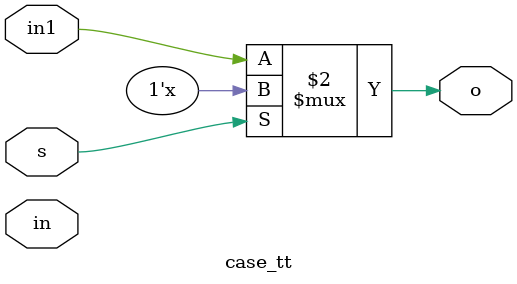
<source format=v>
module case_tt(s,in,in1,o);
  input in,in1,s;
  output reg o;
  always @(in,in1,s)
  begin
    case(s)
      0:o<=in1;
     // 1:o<=in;
    endcase
  end
endmodule

</source>
